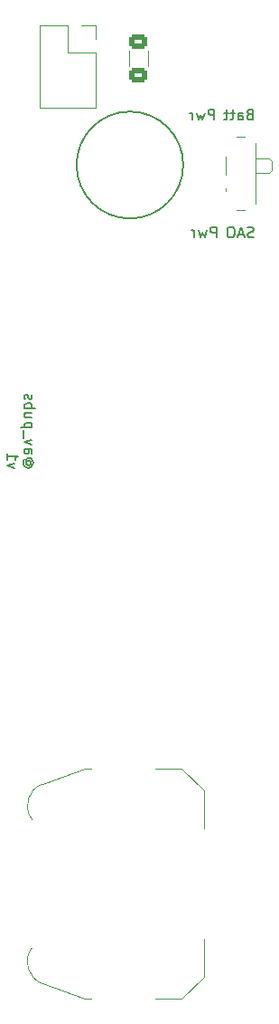
<source format=gbo>
%TF.GenerationSoftware,KiCad,Pcbnew,(7.0.0-0)*%
%TF.CreationDate,2023-07-17T23:39:08-05:00*%
%TF.ProjectId,speaker-SAO,73706561-6b65-4722-9d53-414f2e6b6963,rev?*%
%TF.SameCoordinates,Original*%
%TF.FileFunction,Legend,Bot*%
%TF.FilePolarity,Positive*%
%FSLAX46Y46*%
G04 Gerber Fmt 4.6, Leading zero omitted, Abs format (unit mm)*
G04 Created by KiCad (PCBNEW (7.0.0-0)) date 2023-07-17 23:39:08*
%MOMM*%
%LPD*%
G01*
G04 APERTURE LIST*
G04 Aperture macros list*
%AMRoundRect*
0 Rectangle with rounded corners*
0 $1 Rounding radius*
0 $2 $3 $4 $5 $6 $7 $8 $9 X,Y pos of 4 corners*
0 Add a 4 corners polygon primitive as box body*
4,1,4,$2,$3,$4,$5,$6,$7,$8,$9,$2,$3,0*
0 Add four circle primitives for the rounded corners*
1,1,$1+$1,$2,$3*
1,1,$1+$1,$4,$5*
1,1,$1+$1,$6,$7*
1,1,$1+$1,$8,$9*
0 Add four rect primitives between the rounded corners*
20,1,$1+$1,$2,$3,$4,$5,0*
20,1,$1+$1,$4,$5,$6,$7,0*
20,1,$1+$1,$6,$7,$8,$9,0*
20,1,$1+$1,$8,$9,$2,$3,0*%
G04 Aperture macros list end*
%ADD10C,0.150000*%
%ADD11C,0.120000*%
%ADD12R,1.800000X1.800000*%
%ADD13C,1.800000*%
%ADD14R,1.700000X1.700000*%
%ADD15O,1.700000X1.700000*%
%ADD16RoundRect,0.250000X-0.625000X0.400000X-0.625000X-0.400000X0.625000X-0.400000X0.625000X0.400000X0*%
%ADD17R,5.080000X1.270000*%
%ADD18C,17.800000*%
%ADD19R,0.800000X1.000000*%
%ADD20C,0.900000*%
%ADD21R,1.500000X0.700000*%
G04 APERTURE END LIST*
D10*
X58200000Y-77000000D02*
G75*
G03*
X58200000Y-77000000I-5000000J0D01*
G01*
X43813809Y-104642857D02*
X43861428Y-104690476D01*
X43861428Y-104690476D02*
X43909047Y-104785714D01*
X43909047Y-104785714D02*
X43909047Y-104880952D01*
X43909047Y-104880952D02*
X43861428Y-104976190D01*
X43861428Y-104976190D02*
X43813809Y-105023809D01*
X43813809Y-105023809D02*
X43718571Y-105071428D01*
X43718571Y-105071428D02*
X43623333Y-105071428D01*
X43623333Y-105071428D02*
X43528095Y-105023809D01*
X43528095Y-105023809D02*
X43480476Y-104976190D01*
X43480476Y-104976190D02*
X43432857Y-104880952D01*
X43432857Y-104880952D02*
X43432857Y-104785714D01*
X43432857Y-104785714D02*
X43480476Y-104690476D01*
X43480476Y-104690476D02*
X43528095Y-104642857D01*
X43909047Y-104642857D02*
X43528095Y-104642857D01*
X43528095Y-104642857D02*
X43480476Y-104595238D01*
X43480476Y-104595238D02*
X43480476Y-104547619D01*
X43480476Y-104547619D02*
X43528095Y-104452380D01*
X43528095Y-104452380D02*
X43623333Y-104404761D01*
X43623333Y-104404761D02*
X43861428Y-104404761D01*
X43861428Y-104404761D02*
X44004285Y-104500000D01*
X44004285Y-104500000D02*
X44099523Y-104642857D01*
X44099523Y-104642857D02*
X44147142Y-104833333D01*
X44147142Y-104833333D02*
X44099523Y-105023809D01*
X44099523Y-105023809D02*
X44004285Y-105166666D01*
X44004285Y-105166666D02*
X43861428Y-105261904D01*
X43861428Y-105261904D02*
X43670952Y-105309523D01*
X43670952Y-105309523D02*
X43480476Y-105261904D01*
X43480476Y-105261904D02*
X43337619Y-105166666D01*
X43337619Y-105166666D02*
X43242380Y-105023809D01*
X43242380Y-105023809D02*
X43194761Y-104833333D01*
X43194761Y-104833333D02*
X43242380Y-104642857D01*
X43242380Y-104642857D02*
X43337619Y-104500000D01*
X43337619Y-103547619D02*
X43861428Y-103547619D01*
X43861428Y-103547619D02*
X43956666Y-103595238D01*
X43956666Y-103595238D02*
X44004285Y-103690476D01*
X44004285Y-103690476D02*
X44004285Y-103880952D01*
X44004285Y-103880952D02*
X43956666Y-103976190D01*
X43385238Y-103547619D02*
X43337619Y-103642857D01*
X43337619Y-103642857D02*
X43337619Y-103880952D01*
X43337619Y-103880952D02*
X43385238Y-103976190D01*
X43385238Y-103976190D02*
X43480476Y-104023809D01*
X43480476Y-104023809D02*
X43575714Y-104023809D01*
X43575714Y-104023809D02*
X43670952Y-103976190D01*
X43670952Y-103976190D02*
X43718571Y-103880952D01*
X43718571Y-103880952D02*
X43718571Y-103642857D01*
X43718571Y-103642857D02*
X43766190Y-103547619D01*
X44004285Y-103166666D02*
X43337619Y-102928571D01*
X43337619Y-102928571D02*
X44004285Y-102690476D01*
X43242380Y-102547619D02*
X43242380Y-101785714D01*
X44004285Y-101547618D02*
X43004285Y-101547618D01*
X43956666Y-101547618D02*
X44004285Y-101452380D01*
X44004285Y-101452380D02*
X44004285Y-101261904D01*
X44004285Y-101261904D02*
X43956666Y-101166666D01*
X43956666Y-101166666D02*
X43909047Y-101119047D01*
X43909047Y-101119047D02*
X43813809Y-101071428D01*
X43813809Y-101071428D02*
X43528095Y-101071428D01*
X43528095Y-101071428D02*
X43432857Y-101119047D01*
X43432857Y-101119047D02*
X43385238Y-101166666D01*
X43385238Y-101166666D02*
X43337619Y-101261904D01*
X43337619Y-101261904D02*
X43337619Y-101452380D01*
X43337619Y-101452380D02*
X43385238Y-101547618D01*
X44004285Y-100214285D02*
X43337619Y-100214285D01*
X44004285Y-100642856D02*
X43480476Y-100642856D01*
X43480476Y-100642856D02*
X43385238Y-100595237D01*
X43385238Y-100595237D02*
X43337619Y-100499999D01*
X43337619Y-100499999D02*
X43337619Y-100357142D01*
X43337619Y-100357142D02*
X43385238Y-100261904D01*
X43385238Y-100261904D02*
X43432857Y-100214285D01*
X43337619Y-99738094D02*
X44337619Y-99738094D01*
X43956666Y-99738094D02*
X44004285Y-99642856D01*
X44004285Y-99642856D02*
X44004285Y-99452380D01*
X44004285Y-99452380D02*
X43956666Y-99357142D01*
X43956666Y-99357142D02*
X43909047Y-99309523D01*
X43909047Y-99309523D02*
X43813809Y-99261904D01*
X43813809Y-99261904D02*
X43528095Y-99261904D01*
X43528095Y-99261904D02*
X43432857Y-99309523D01*
X43432857Y-99309523D02*
X43385238Y-99357142D01*
X43385238Y-99357142D02*
X43337619Y-99452380D01*
X43337619Y-99452380D02*
X43337619Y-99642856D01*
X43337619Y-99642856D02*
X43385238Y-99738094D01*
X43385238Y-98880951D02*
X43337619Y-98785713D01*
X43337619Y-98785713D02*
X43337619Y-98595237D01*
X43337619Y-98595237D02*
X43385238Y-98499999D01*
X43385238Y-98499999D02*
X43480476Y-98452380D01*
X43480476Y-98452380D02*
X43528095Y-98452380D01*
X43528095Y-98452380D02*
X43623333Y-98499999D01*
X43623333Y-98499999D02*
X43670952Y-98595237D01*
X43670952Y-98595237D02*
X43670952Y-98738094D01*
X43670952Y-98738094D02*
X43718571Y-98833332D01*
X43718571Y-98833332D02*
X43813809Y-98880951D01*
X43813809Y-98880951D02*
X43861428Y-98880951D01*
X43861428Y-98880951D02*
X43956666Y-98833332D01*
X43956666Y-98833332D02*
X44004285Y-98738094D01*
X44004285Y-98738094D02*
X44004285Y-98595237D01*
X44004285Y-98595237D02*
X43956666Y-98499999D01*
X42384285Y-105357142D02*
X41717619Y-105119047D01*
X41717619Y-105119047D02*
X42384285Y-104880952D01*
X41717619Y-103976190D02*
X41717619Y-104547618D01*
X41717619Y-104261904D02*
X42717619Y-104261904D01*
X42717619Y-104261904D02*
X42574761Y-104357142D01*
X42574761Y-104357142D02*
X42479523Y-104452380D01*
X42479523Y-104452380D02*
X42431904Y-104547618D01*
X64809523Y-83734761D02*
X64666666Y-83782380D01*
X64666666Y-83782380D02*
X64428571Y-83782380D01*
X64428571Y-83782380D02*
X64333333Y-83734761D01*
X64333333Y-83734761D02*
X64285714Y-83687142D01*
X64285714Y-83687142D02*
X64238095Y-83591904D01*
X64238095Y-83591904D02*
X64238095Y-83496666D01*
X64238095Y-83496666D02*
X64285714Y-83401428D01*
X64285714Y-83401428D02*
X64333333Y-83353809D01*
X64333333Y-83353809D02*
X64428571Y-83306190D01*
X64428571Y-83306190D02*
X64619047Y-83258571D01*
X64619047Y-83258571D02*
X64714285Y-83210952D01*
X64714285Y-83210952D02*
X64761904Y-83163333D01*
X64761904Y-83163333D02*
X64809523Y-83068095D01*
X64809523Y-83068095D02*
X64809523Y-82972857D01*
X64809523Y-82972857D02*
X64761904Y-82877619D01*
X64761904Y-82877619D02*
X64714285Y-82830000D01*
X64714285Y-82830000D02*
X64619047Y-82782380D01*
X64619047Y-82782380D02*
X64380952Y-82782380D01*
X64380952Y-82782380D02*
X64238095Y-82830000D01*
X63857142Y-83496666D02*
X63380952Y-83496666D01*
X63952380Y-83782380D02*
X63619047Y-82782380D01*
X63619047Y-82782380D02*
X63285714Y-83782380D01*
X62761904Y-82782380D02*
X62571428Y-82782380D01*
X62571428Y-82782380D02*
X62476190Y-82830000D01*
X62476190Y-82830000D02*
X62380952Y-82925238D01*
X62380952Y-82925238D02*
X62333333Y-83115714D01*
X62333333Y-83115714D02*
X62333333Y-83449047D01*
X62333333Y-83449047D02*
X62380952Y-83639523D01*
X62380952Y-83639523D02*
X62476190Y-83734761D01*
X62476190Y-83734761D02*
X62571428Y-83782380D01*
X62571428Y-83782380D02*
X62761904Y-83782380D01*
X62761904Y-83782380D02*
X62857142Y-83734761D01*
X62857142Y-83734761D02*
X62952380Y-83639523D01*
X62952380Y-83639523D02*
X62999999Y-83449047D01*
X62999999Y-83449047D02*
X62999999Y-83115714D01*
X62999999Y-83115714D02*
X62952380Y-82925238D01*
X62952380Y-82925238D02*
X62857142Y-82830000D01*
X62857142Y-82830000D02*
X62761904Y-82782380D01*
X61304761Y-83782380D02*
X61304761Y-82782380D01*
X61304761Y-82782380D02*
X60923809Y-82782380D01*
X60923809Y-82782380D02*
X60828571Y-82830000D01*
X60828571Y-82830000D02*
X60780952Y-82877619D01*
X60780952Y-82877619D02*
X60733333Y-82972857D01*
X60733333Y-82972857D02*
X60733333Y-83115714D01*
X60733333Y-83115714D02*
X60780952Y-83210952D01*
X60780952Y-83210952D02*
X60828571Y-83258571D01*
X60828571Y-83258571D02*
X60923809Y-83306190D01*
X60923809Y-83306190D02*
X61304761Y-83306190D01*
X60399999Y-83115714D02*
X60209523Y-83782380D01*
X60209523Y-83782380D02*
X60019047Y-83306190D01*
X60019047Y-83306190D02*
X59828571Y-83782380D01*
X59828571Y-83782380D02*
X59638095Y-83115714D01*
X59257142Y-83782380D02*
X59257142Y-83115714D01*
X59257142Y-83306190D02*
X59209523Y-83210952D01*
X59209523Y-83210952D02*
X59161904Y-83163333D01*
X59161904Y-83163333D02*
X59066666Y-83115714D01*
X59066666Y-83115714D02*
X58971428Y-83115714D01*
X64428571Y-72258571D02*
X64285714Y-72306190D01*
X64285714Y-72306190D02*
X64238095Y-72353809D01*
X64238095Y-72353809D02*
X64190476Y-72449047D01*
X64190476Y-72449047D02*
X64190476Y-72591904D01*
X64190476Y-72591904D02*
X64238095Y-72687142D01*
X64238095Y-72687142D02*
X64285714Y-72734761D01*
X64285714Y-72734761D02*
X64380952Y-72782380D01*
X64380952Y-72782380D02*
X64761904Y-72782380D01*
X64761904Y-72782380D02*
X64761904Y-71782380D01*
X64761904Y-71782380D02*
X64428571Y-71782380D01*
X64428571Y-71782380D02*
X64333333Y-71830000D01*
X64333333Y-71830000D02*
X64285714Y-71877619D01*
X64285714Y-71877619D02*
X64238095Y-71972857D01*
X64238095Y-71972857D02*
X64238095Y-72068095D01*
X64238095Y-72068095D02*
X64285714Y-72163333D01*
X64285714Y-72163333D02*
X64333333Y-72210952D01*
X64333333Y-72210952D02*
X64428571Y-72258571D01*
X64428571Y-72258571D02*
X64761904Y-72258571D01*
X63333333Y-72782380D02*
X63333333Y-72258571D01*
X63333333Y-72258571D02*
X63380952Y-72163333D01*
X63380952Y-72163333D02*
X63476190Y-72115714D01*
X63476190Y-72115714D02*
X63666666Y-72115714D01*
X63666666Y-72115714D02*
X63761904Y-72163333D01*
X63333333Y-72734761D02*
X63428571Y-72782380D01*
X63428571Y-72782380D02*
X63666666Y-72782380D01*
X63666666Y-72782380D02*
X63761904Y-72734761D01*
X63761904Y-72734761D02*
X63809523Y-72639523D01*
X63809523Y-72639523D02*
X63809523Y-72544285D01*
X63809523Y-72544285D02*
X63761904Y-72449047D01*
X63761904Y-72449047D02*
X63666666Y-72401428D01*
X63666666Y-72401428D02*
X63428571Y-72401428D01*
X63428571Y-72401428D02*
X63333333Y-72353809D01*
X62999999Y-72115714D02*
X62619047Y-72115714D01*
X62857142Y-71782380D02*
X62857142Y-72639523D01*
X62857142Y-72639523D02*
X62809523Y-72734761D01*
X62809523Y-72734761D02*
X62714285Y-72782380D01*
X62714285Y-72782380D02*
X62619047Y-72782380D01*
X62428570Y-72115714D02*
X62047618Y-72115714D01*
X62285713Y-71782380D02*
X62285713Y-72639523D01*
X62285713Y-72639523D02*
X62238094Y-72734761D01*
X62238094Y-72734761D02*
X62142856Y-72782380D01*
X62142856Y-72782380D02*
X62047618Y-72782380D01*
X61114284Y-72782380D02*
X61114284Y-71782380D01*
X61114284Y-71782380D02*
X60733332Y-71782380D01*
X60733332Y-71782380D02*
X60638094Y-71830000D01*
X60638094Y-71830000D02*
X60590475Y-71877619D01*
X60590475Y-71877619D02*
X60542856Y-71972857D01*
X60542856Y-71972857D02*
X60542856Y-72115714D01*
X60542856Y-72115714D02*
X60590475Y-72210952D01*
X60590475Y-72210952D02*
X60638094Y-72258571D01*
X60638094Y-72258571D02*
X60733332Y-72306190D01*
X60733332Y-72306190D02*
X61114284Y-72306190D01*
X60209522Y-72115714D02*
X60019046Y-72782380D01*
X60019046Y-72782380D02*
X59828570Y-72306190D01*
X59828570Y-72306190D02*
X59638094Y-72782380D01*
X59638094Y-72782380D02*
X59447618Y-72115714D01*
X59066665Y-72782380D02*
X59066665Y-72115714D01*
X59066665Y-72306190D02*
X59019046Y-72210952D01*
X59019046Y-72210952D02*
X58971427Y-72163333D01*
X58971427Y-72163333D02*
X58876189Y-72115714D01*
X58876189Y-72115714D02*
X58780951Y-72115714D01*
D11*
X49980000Y-71660000D02*
X44780000Y-71660000D01*
X49980000Y-66520000D02*
X49980000Y-71660000D01*
X49980000Y-66520000D02*
X47380000Y-66520000D01*
X49980000Y-65250000D02*
X49980000Y-63920000D01*
X49980000Y-63920000D02*
X48650000Y-63920000D01*
X47380000Y-66520000D02*
X47380000Y-63920000D01*
X47380000Y-63920000D02*
X44780000Y-63920000D01*
X44780000Y-63920000D02*
X44780000Y-71660000D01*
X54910000Y-66322936D02*
X54910000Y-67777064D01*
X53090000Y-66322936D02*
X53090000Y-67777064D01*
X48948000Y-154988000D02*
X44998000Y-153548000D01*
X49578000Y-154988000D02*
X48948000Y-154988000D01*
X58038000Y-154988000D02*
X55578000Y-154988000D01*
X60118000Y-152908000D02*
X58038000Y-154988000D01*
X60118000Y-149408000D02*
X60118000Y-152908000D01*
X60118000Y-135508000D02*
X60118000Y-139008000D01*
X60118000Y-135508000D02*
X58038000Y-133428000D01*
X48948000Y-133428000D02*
X44998000Y-134868000D01*
X49578000Y-133428000D02*
X48948000Y-133428000D01*
X58038000Y-133428000D02*
X55578000Y-133428000D01*
X44011470Y-150211354D02*
G75*
G03*
X44998000Y-153548000I1716531J-1306646D01*
G01*
X44989831Y-134882757D02*
G75*
G03*
X44028001Y-138208000I738169J-2015243D01*
G01*
X63200000Y-74350000D02*
X63990000Y-74350000D01*
X65000000Y-74950000D02*
X65000000Y-80650000D01*
X62150000Y-76200000D02*
X62150000Y-77900000D01*
X66290000Y-76400000D02*
X66500000Y-76600000D01*
X65000000Y-76400000D02*
X66290000Y-76400000D01*
X66500000Y-76600000D02*
X66500000Y-77500000D01*
X66290000Y-77700000D02*
X66500000Y-77500000D01*
X66290000Y-77700000D02*
X65000000Y-77700000D01*
X62150000Y-79200000D02*
X62150000Y-79400000D01*
X63990000Y-81250000D02*
X63200000Y-81250000D01*
%LPC*%
D12*
X60399999Y-64849999D03*
D13*
X60400000Y-67390000D03*
D14*
X48649999Y-65249999D03*
D15*
X46109999Y-65249999D03*
X48649999Y-67789999D03*
X46109999Y-67789999D03*
X48649999Y-70329999D03*
X46109999Y-70329999D03*
D16*
X54000000Y-65500000D03*
X54000000Y-68600000D03*
D17*
X52577999Y-155192999D03*
X52577999Y-133222999D03*
D18*
X52578000Y-144208000D03*
D19*
X64699999Y-74149999D03*
X62489999Y-74149999D03*
D20*
X63600000Y-76300000D03*
X63600000Y-79300000D03*
D19*
X64699999Y-81449999D03*
X62489999Y-81449999D03*
D21*
X61839999Y-75549999D03*
X61839999Y-78549999D03*
X61839999Y-80049999D03*
M02*

</source>
